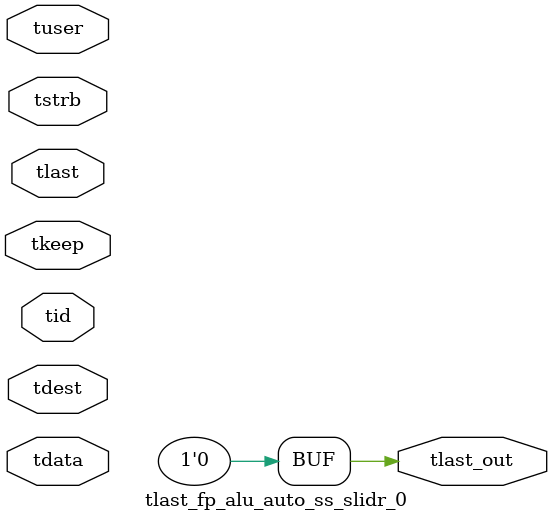
<source format=v>


`timescale 1ps/1ps

module tlast_fp_alu_auto_ss_slidr_0 #
(
parameter C_S_AXIS_TID_WIDTH   = 1,
parameter C_S_AXIS_TUSER_WIDTH = 0,
parameter C_S_AXIS_TDATA_WIDTH = 0,
parameter C_S_AXIS_TDEST_WIDTH = 0
)
(
input  [(C_S_AXIS_TID_WIDTH   == 0 ? 1 : C_S_AXIS_TID_WIDTH)-1:0       ] tid,
input  [(C_S_AXIS_TDATA_WIDTH == 0 ? 1 : C_S_AXIS_TDATA_WIDTH)-1:0     ] tdata,
input  [(C_S_AXIS_TUSER_WIDTH == 0 ? 1 : C_S_AXIS_TUSER_WIDTH)-1:0     ] tuser,
input  [(C_S_AXIS_TDEST_WIDTH == 0 ? 1 : C_S_AXIS_TDEST_WIDTH)-1:0     ] tdest,
input  [(C_S_AXIS_TDATA_WIDTH/8)-1:0 ] tkeep,
input  [(C_S_AXIS_TDATA_WIDTH/8)-1:0 ] tstrb,
input  [0:0]                                                             tlast,
output                                                                   tlast_out
);

assign tlast_out = {1'b0};

endmodule


</source>
